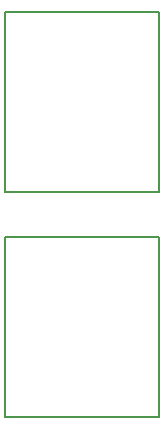
<source format=gbo>
G75*
G70*
%OFA0B0*%
%FSLAX24Y24*%
%IPPOS*%
%LPD*%
%AMOC8*
5,1,8,0,0,1.08239X$1,22.5*
%
%ADD10C,0.0080*%
D10*
X006512Y014401D02*
X006512Y020401D01*
X011630Y020401D01*
X011630Y014401D01*
X006512Y014401D01*
X006512Y021901D02*
X006512Y027901D01*
X011630Y027901D01*
X011630Y021901D01*
X006512Y021901D01*
M02*

</source>
